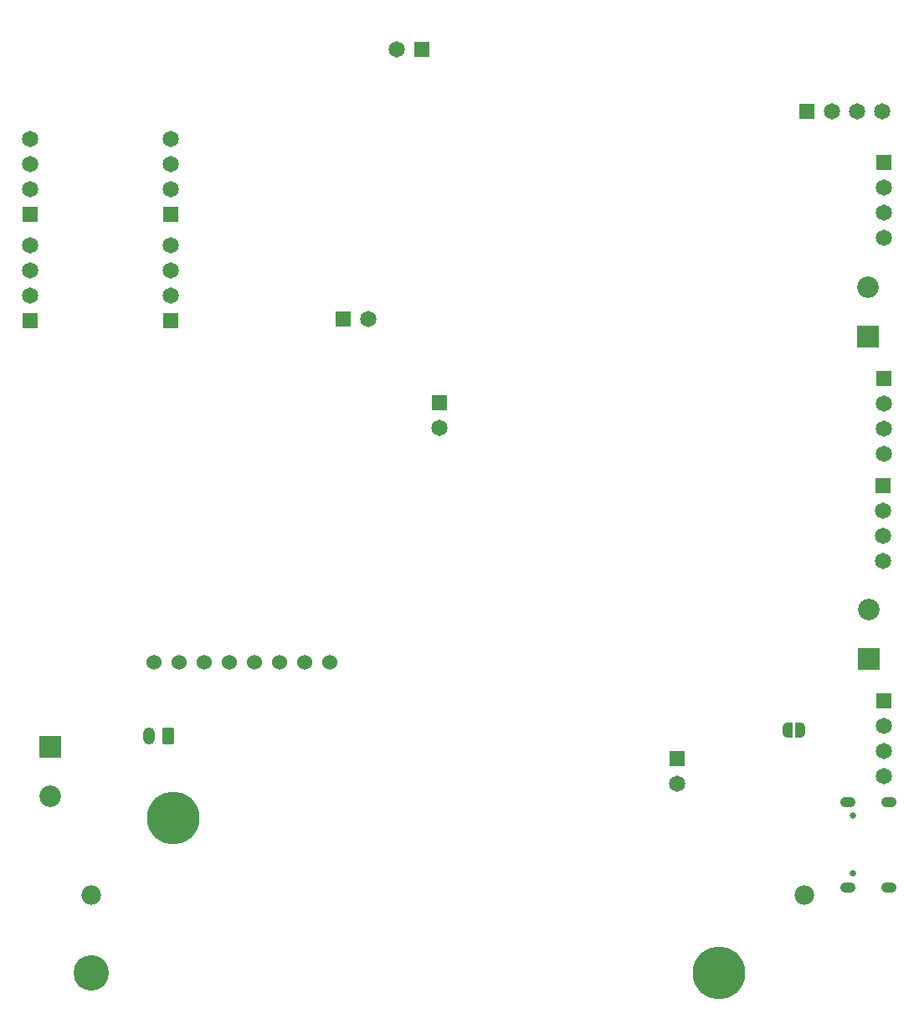
<source format=gbs>
G04 #@! TF.GenerationSoftware,KiCad,Pcbnew,8.0.3*
G04 #@! TF.CreationDate,2024-06-18T17:58:35+02:00*
G04 #@! TF.ProjectId,Open_beehive_scale_V0.5,4f70656e-5f62-4656-9568-6976655f7363,rev?*
G04 #@! TF.SameCoordinates,Original*
G04 #@! TF.FileFunction,Soldermask,Bot*
G04 #@! TF.FilePolarity,Negative*
%FSLAX46Y46*%
G04 Gerber Fmt 4.6, Leading zero omitted, Abs format (unit mm)*
G04 Created by KiCad (PCBNEW 8.0.3) date 2024-06-18 17:58:35*
%MOMM*%
%LPD*%
G01*
G04 APERTURE LIST*
G04 Aperture macros list*
%AMRoundRect*
0 Rectangle with rounded corners*
0 $1 Rounding radius*
0 $2 $3 $4 $5 $6 $7 $8 $9 X,Y pos of 4 corners*
0 Add a 4 corners polygon primitive as box body*
4,1,4,$2,$3,$4,$5,$6,$7,$8,$9,$2,$3,0*
0 Add four circle primitives for the rounded corners*
1,1,$1+$1,$2,$3*
1,1,$1+$1,$4,$5*
1,1,$1+$1,$6,$7*
1,1,$1+$1,$8,$9*
0 Add four rect primitives between the rounded corners*
20,1,$1+$1,$2,$3,$4,$5,0*
20,1,$1+$1,$4,$5,$6,$7,0*
20,1,$1+$1,$6,$7,$8,$9,0*
20,1,$1+$1,$8,$9,$2,$3,0*%
%AMFreePoly0*
4,1,19,0.500000,-0.750000,0.000000,-0.750000,0.000000,-0.744911,-0.071157,-0.744911,-0.207708,-0.704816,-0.327430,-0.627875,-0.420627,-0.520320,-0.479746,-0.390866,-0.500000,-0.250000,-0.500000,0.250000,-0.479746,0.390866,-0.420627,0.520320,-0.327430,0.627875,-0.207708,0.704816,-0.071157,0.744911,0.000000,0.744911,0.000000,0.750000,0.500000,0.750000,0.500000,-0.750000,0.500000,-0.750000,
$1*%
%AMFreePoly1*
4,1,19,0.000000,0.744911,0.071157,0.744911,0.207708,0.704816,0.327430,0.627875,0.420627,0.520320,0.479746,0.390866,0.500000,0.250000,0.500000,-0.250000,0.479746,-0.390866,0.420627,-0.520320,0.327430,-0.627875,0.207708,-0.704816,0.071157,-0.744911,0.000000,-0.744911,0.000000,-0.750000,-0.500000,-0.750000,-0.500000,0.750000,0.000000,0.750000,0.000000,0.744911,0.000000,0.744911,
$1*%
G04 Aperture macros list end*
%ADD10FreePoly0,180.000000*%
%ADD11FreePoly1,180.000000*%
%ADD12R,2.175000X2.175000*%
%ADD13C,2.175000*%
%ADD14R,1.650000X1.650000*%
%ADD15C,1.650000*%
%ADD16C,0.001000*%
%ADD17C,1.524000*%
%ADD18RoundRect,0.250000X0.350000X0.625000X-0.350000X0.625000X-0.350000X-0.625000X0.350000X-0.625000X0*%
%ADD19O,1.200000X1.750000*%
%ADD20C,0.670000*%
%ADD21RoundRect,0.500000X0.300000X-0.000010X0.300000X0.000010X-0.300000X0.000010X-0.300000X-0.000010X0*%
%ADD22C,1.980000*%
%ADD23C,5.325000*%
%ADD24C,3.585000*%
G04 APERTURE END LIST*
D10*
X180260000Y-118170000D03*
D11*
X178960000Y-118170000D03*
D12*
X104380000Y-119810000D03*
D13*
X104380000Y-124810000D03*
D14*
X180900000Y-55590000D03*
D15*
X183440000Y-55590000D03*
X185980000Y-55590000D03*
X188520000Y-55590000D03*
D16*
X141190000Y-85080000D03*
X141190000Y-87620000D03*
D14*
X143730000Y-85080000D03*
D15*
X143730000Y-87620000D03*
D14*
X188680000Y-60750000D03*
D15*
X188680000Y-63290000D03*
X188680000Y-65830000D03*
X188680000Y-68370000D03*
D12*
X187140000Y-78370000D03*
D13*
X187140000Y-73370000D03*
D12*
X187180000Y-110980000D03*
D13*
X187180000Y-105980000D03*
D14*
X188730000Y-115170000D03*
D15*
X188730000Y-117710000D03*
X188730000Y-120250000D03*
X188730000Y-122790000D03*
D17*
X114860000Y-111280000D03*
X117400000Y-111280000D03*
X119940000Y-111280000D03*
X122480000Y-111280000D03*
X125020000Y-111280000D03*
X127560000Y-111280000D03*
X130100000Y-111280000D03*
X132640000Y-111280000D03*
D14*
X188710000Y-82620000D03*
D15*
X188710000Y-85160000D03*
X188710000Y-87700000D03*
X188710000Y-90240000D03*
D16*
X133990000Y-79100000D03*
X136530000Y-79100000D03*
D14*
X133990000Y-76560000D03*
D15*
X136530000Y-76560000D03*
D18*
X116330000Y-118720000D03*
D19*
X114330000Y-118720000D03*
D20*
X185577500Y-132610000D03*
X185577500Y-126810000D03*
D21*
X185047500Y-134030000D03*
X189227500Y-134030000D03*
X185047500Y-125390000D03*
X189227500Y-125390000D03*
D14*
X116560000Y-66030000D03*
D15*
X116560000Y-63490000D03*
X116560000Y-60950000D03*
X116560000Y-58410000D03*
D14*
X102340000Y-76730000D03*
D15*
X102340000Y-74190000D03*
X102340000Y-71650000D03*
X102340000Y-69110000D03*
D14*
X102340000Y-66020000D03*
D15*
X102340000Y-63480000D03*
X102340000Y-60940000D03*
X102340000Y-58400000D03*
D16*
X165260000Y-121050000D03*
X165260000Y-123590000D03*
D14*
X167800000Y-121050000D03*
D15*
X167800000Y-123590000D03*
D14*
X116560000Y-76710000D03*
D15*
X116560000Y-74170000D03*
X116560000Y-71630000D03*
X116560000Y-69090000D03*
D14*
X188640000Y-93390000D03*
D15*
X188640000Y-95930000D03*
X188640000Y-98470000D03*
X188640000Y-101010000D03*
D16*
X141990000Y-46800000D03*
X139450000Y-46800000D03*
D14*
X141990000Y-49340000D03*
D15*
X139450000Y-49340000D03*
D22*
X180700000Y-134870000D03*
X108500000Y-134870000D03*
D23*
X172060000Y-142740000D03*
D24*
X108500000Y-142740000D03*
D23*
X116860000Y-127000000D03*
M02*

</source>
